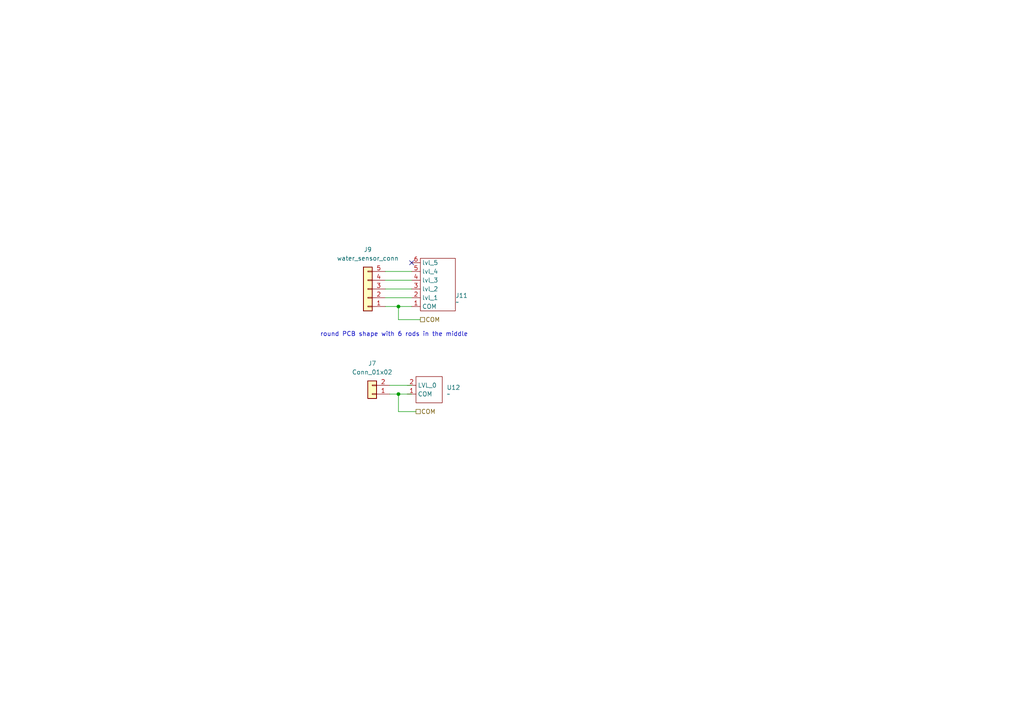
<source format=kicad_sch>
(kicad_sch (version 20231120) (generator "eeschema") (generator_version "8.0")
  (paper "A4")
  (lib_symbols
    (symbol "Connector_Generic:Conn_01x02" (pin_names (offset 1.016) hide)
      (property "Reference" "J" (at 0 2.54 0))
      (property "Value" "Conn_01x02" (at 0 -5.08 0))
      (symbol "Conn_01x02_1_1"
        (rectangle (start -1.27 -2.413) (end 0 -2.667) (stroke (width 0.1524)))
        (rectangle (start -1.27 0.127) (end 0 -0.127) (stroke (width 0.1524)))
        (rectangle (start -1.27 1.27) (end 1.27 -3.81) (stroke (width 0.254)) (fill (type background)))
        (pin passive line (at -5.08 0 0) (length 3.81) (name "Pin_1") (number "1"))
        (pin passive line (at -5.08 -2.54 0) (length 3.81) (name "Pin_2") (number "2"))
      )
    )
    (symbol "Connector_Generic:Conn_01x05" (pin_names (offset 1.016) hide)
      (property "Reference" "J" (at 0 7.62 0))
      (property "Value" "Conn_01x05" (at 0 -7.62 0))
      (symbol "Conn_01x05_1_1"
        (rectangle (start -1.27 -4.953) (end 0 -5.207) (stroke (width 0.1524)))
        (rectangle (start -1.27 -2.413) (end 0 -2.667) (stroke (width 0.1524)))
        (rectangle (start -1.27 0.127) (end 0 -0.127) (stroke (width 0.1524)))
        (rectangle (start -1.27 2.667) (end 0 2.413) (stroke (width 0.1524)))
        (rectangle (start -1.27 5.207) (end 0 4.953) (stroke (width 0.1524)))
        (rectangle (start -1.27 6.35) (end 1.27 -6.35) (stroke (width 0.254)) (fill (type background)))
        (pin passive line (at -5.08 5.08 0) (length 3.81) (name "Pin_1") (number "1"))
        (pin passive line (at -5.08 2.54 0) (length 3.81) (name "Pin_2") (number "2"))
        (pin passive line (at -5.08 0 0) (length 3.81) (name "Pin_3") (number "3"))
        (pin passive line (at -5.08 -2.54 0) (length 3.81) (name "Pin_4") (number "4"))
        (pin passive line (at -5.08 -5.08 0) (length 3.81) (name "Pin_5") (number "5"))
      )
    )
    (symbol "HeavyDuty:water_sensor_rods"
      (property "Reference" "J" (at 0 0 0))
      (symbol "water_sensor_rods_0_1"
        (rectangle (start -3.81 7.62) (end 6.35 -7.62))
      )
      (symbol "water_sensor_rods_1_1"
        (pin passive line (at -6.35 -6.35 0) (length 2.54) (name "COM") (number "1"))
        (pin passive line (at -6.35 -3.81 0) (length 2.54) (name "lvl_1") (number "2"))
        (pin passive line (at -6.35 -1.27 0) (length 2.54) (name "lvl_2") (number "3"))
        (pin passive line (at -6.35 1.27 0) (length 2.54) (name "lvl_3") (number "4"))
        (pin passive line (at -6.35 3.81 0) (length 2.54) (name "lvl_4") (number "5"))
        (pin passive line (at -6.35 6.35 0) (length 2.54) (name "lvl_5") (number "6"))
      )
    )
    (symbol "HeavyDuty:water_sesnor_binary"
      (property "Reference" "U" (at 0.508 2.794 0))
      (symbol "water_sesnor_binary_0_1"
        (rectangle (start -3.81 3.81) (end 3.81 -3.81))
      )
      (symbol "water_sesnor_binary_1_1"
        (pin passive line (at -6.35 -1.27 0) (length 2.54) (name "COM") (number "1"))
        (pin passive line (at -6.35 1.27 0) (length 2.54) (name "LVL_0") (number "2"))
      )
    )
  )
  (junction (at 115.57 114.3))
  (junction (at 115.57 88.9))
  (no_connect (at 119.38 76.2))
  (wire (pts (xy 115.57 92.71) (xy 115.57 88.9)))
  (wire (pts (xy 111.76 81.28) (xy 119.38 81.28)))
  (wire (pts (xy 113.03 114.3) (xy 115.57 114.3)))
  (wire (pts (xy 115.57 114.3) (xy 119.38 114.3)))
  (wire (pts (xy 115.57 119.38) (xy 115.57 114.3)))
  (wire (pts (xy 111.76 78.74) (xy 119.38 78.74)))
  (wire (pts (xy 113.03 111.76) (xy 119.38 111.76)))
  (wire (pts (xy 111.76 86.36) (xy 119.38 86.36)))
  (wire (pts (xy 121.92 92.71) (xy 115.57 92.71)))
  (wire (pts (xy 111.76 88.9) (xy 115.57 88.9)))
  (wire (pts (xy 115.57 88.9) (xy 119.38 88.9)))
  (wire (pts (xy 111.76 83.82) (xy 119.38 83.82)))
  (wire (pts (xy 120.65 119.38) (xy 115.57 119.38)))
  (text "round PCB shape with 6 rods in the middle" (at 114.3 97.028 0) (effects (font (size 1.27 1.27))))
  (hierarchical_label "COM" (shape passive) (at 120.65 119.38 0))
  (hierarchical_label "COM" (shape passive) (at 121.92 92.71 0))
  (symbol (lib_id "HeavyDuty:water_sesnor_binary") (at 124.46 113.03 0) (unit 1)
    (property "Reference" "U12" (at 129.54 112.3949 0) (effects (justify left)))
    (property "Value" "~" (at 129.54 114.3 0) (effects (justify left)))
    (property "Footprint" "HeavyDuty:2_water_sensor_rods" (effects (hide yes)))
  )
  (symbol (lib_id "Connector_Generic:Conn_01x05") (at 106.68 83.82 180) (unit 1)
    (property "Reference" "J9" (at 106.68 72.39 0))
    (property "Value" "water_sensor_conn" (at 106.68 74.93 0))
    (property "Footprint" "TerminalBlock:TerminalBlock_Xinya_XY308-2.54-5P_1x05_P2.54mm_Horizontal" (effects (hide yes)))
    (property "Description" "Generic connector, single row, 01x05, script generated (kicad-library-utils/schlib/autogen/connector/)" (effects (hide yes)))
  )
  (symbol (lib_id "Connector_Generic:Conn_01x02") (at 107.95 114.3 180) (unit 1)
    (property "Reference" "J7" (at 107.95 105.41 0))
    (property "Value" "Conn_01x02" (at 107.95 107.95 0))
    (property "Footprint" "Connector_Samtec_HPM_THT:Samtec_HPM-02-01-x-S_Straight_1x02_Pitch5.08mm" (effects (hide yes)))
    (property "Description" "Generic connector, single row, 01x02, script generated (kicad-library-utils/schlib/autogen/connector/)" (effects (hide yes)))
  )
  (symbol (lib_id "HeavyDuty:water_sensor_rods") (at 125.73 82.55 0) (unit 1)
    (property "Reference" "J11" (at 132.08 85.7249 0) (effects (justify left)))
    (property "Value" "~" (at 132.08 87.63 0) (effects (justify left)))
    (property "Footprint" "HeavyDuty:water_sensor_rods" (effects (hide yes)))
  )
)
</source>
